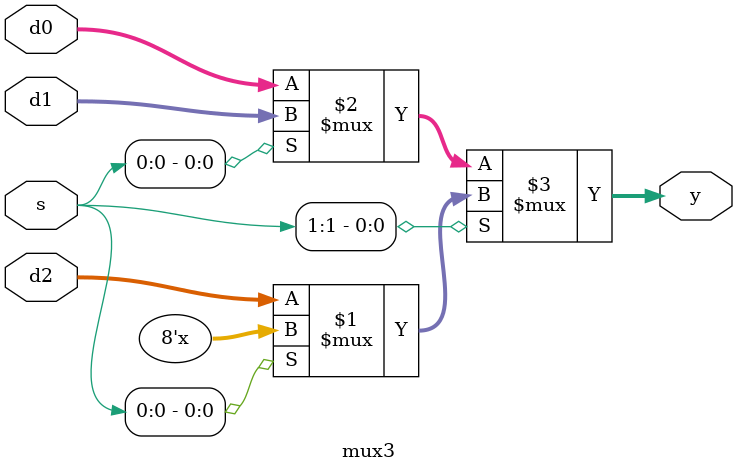
<source format=v>
`timescale 1ns/1ps
`define mydelay 1


module maindec(input       [5:0]  op,
               output reg [14:0] controls);

//  assign {signext, shiftl16, regwrite, regdst, regdstra, alusrc, branch, le, memread, memwrite,
//          memtoreg, pctoreg, jump, aluop} = controls;

  always @(*)
    case(op)
      6'b000000: controls <= #`mydelay 15'b001100010000011; // Rtype
      6'b100011: controls <= #`mydelay 15'b101001001010000; // LW
      6'b101011: controls <= #`mydelay 15'b100001000100000; // SW
	  6'b000011: controls <= #`mydelay 15'b001010000001100; // JAL
      6'b000100,
	  6'b000101: controls <= #`mydelay 15'b100000100000001; // BEQ, BNE: only difference is pcsrc
      6'b001000, 
      6'b001001: controls <= #`mydelay 15'b101001000000000; // ADDI, ADDIU: only difference is exception
      6'b001101: controls <= #`mydelay 15'b001001000000010; // ORI
      6'b001111: controls <= #`mydelay 15'b011001000000000; // LUI
      6'b000010: controls <= #`mydelay 15'b000000000000100; // J
      default:   controls <= #`mydelay 15'bxxxxxxxxxxxxxxx; // ???
    endcase

endmodule


module aludec(input      [5:0] funct,
              input      [1:0] aluop,
              output reg [3:0] alucontrol);

  always @(*)
    case(aluop)
      2'b00: alucontrol <= #`mydelay 4'b0100;  // add
      2'b01: alucontrol <= #`mydelay 4'b1100;  // sub
      2'b10: alucontrol <= #`mydelay 4'b0010;  // or
      default: case(funct)          // RTYPE
		  6'b001000: alucontrol <= #`mydelay 4'b0100; // JR
          6'b100000,
          6'b100001: alucontrol <= #`mydelay 4'b0100; // ADD, ADDU: only difference is exception
          6'b100010,
          6'b100011: alucontrol <= #`mydelay 4'b1100; // SUB, SUBU: only difference is exception
          6'b100100: alucontrol <= #`mydelay 4'b0000; // AND
          6'b100101: alucontrol <= #`mydelay 4'b0010; // OR
          6'b101010: alucontrol <= #`mydelay 4'b1110; // SLT
		  6'b101011: alucontrol <= #`mydelay 4'b1111; // SLTU
          default:   alucontrol <= #`mydelay 4'bxxxx; // ???
        endcase
    endcase
    
endmodule


module pcdec(input  [5:0] funct,
			 input        branch, zero,
			 input        le,
			 output       pcsrc, link);
			 
  assign pcsrc = (branch & zero & ~funct[0]) | (branch & ~zero * funct[0]);
  assign link = le & (funct == 6'b001000);

endmodule


`define REGFILE_FF
`ifdef REGFILE_FF

module regfile(input             clk, 
               input             we, 
               input      [4:0]  ra1, ra2, wa, 
               input      [31:0] wd, 
               output reg [31:0] rd1, rd2);

	reg [31:0] R1;
	reg [31:0] R2;
	reg [31:0] R3;
	reg [31:0] R4;
	reg [31:0] R5;
	reg [31:0] R6;
	reg [31:0] R7;
	reg [31:0] R8;
	reg [31:0] R9;
	reg [31:0] R10;
	reg [31:0] R11;
	reg [31:0] R12;
	reg [31:0] R13;
	reg [31:0] R14;
	reg [31:0] R15;
	reg [31:0] R16;
	reg [31:0] R17;
	reg [31:0] R18;
	reg [31:0] R19;
	reg [31:0] R20;
	reg [31:0] R21;
	reg [31:0] R22;
	reg [31:0] R23;
	reg [31:0] R24;
	reg [31:0] R25;
	reg [31:0] R26;
	reg [31:0] R27;
	reg [31:0] R28;
	reg [31:0] R29;
	reg [31:0] R30;
	reg [31:0] R31;

	always @(posedge clk)
	begin
  	 if (we) 
	 begin
   		case (wa[4:0])
   		5'd0:   ;
   		5'd1:   R1  <= wd;
   		5'd2:   R2  <= wd;
   		5'd3:   R3  <= wd;
   		5'd4:   R4  <= wd;
   		5'd5:   R5  <= wd;
   		5'd6:   R6  <= wd;
   		5'd7:   R7  <= wd;
   		5'd8:   R8  <= wd;
   		5'd9:   R9  <= wd;
   		5'd10:  R10 <= wd;
   		5'd11:  R11 <= wd;
   		5'd12:  R12 <= wd;
   		5'd13:  R13 <= wd;
   		5'd14:  R14 <= wd;
   		5'd15:  R15 <= wd;
   		5'd16:  R16 <= wd;
   		5'd17:  R17 <= wd;
   		5'd18:  R18 <= wd;
   		5'd19:  R19 <= wd;
   		5'd20:  R20 <= wd;
   		5'd21:  R21 <= wd;
   		5'd22:  R22 <= wd;
   		5'd23:  R23 <= wd;
   		5'd24:  R24 <= wd;
   		5'd25:  R25 <= wd;
   		5'd26:  R26 <= wd;
   		5'd27:  R27 <= wd;
   		5'd28:  R28 <= wd;
   		5'd29:  R29 <= wd;
   		5'd30:  R30 <= wd;
   		5'd31:  R31 <= wd;
   		endcase
     end
	end

	always @(*)
	begin
		case (ra2[4:0])
		5'd0:   rd2 = 32'b0;
		5'd1:   rd2 = R1;
		5'd2:   rd2 = R2;
		5'd3:   rd2 = R3;
		5'd4:   rd2 = R4;
		5'd5:   rd2 = R5;
		5'd6:   rd2 = R6;
		5'd7:   rd2 = R7;
		5'd8:   rd2 = R8;
		5'd9:   rd2 = R9;
		5'd10:  rd2 = R10;
		5'd11:  rd2 = R11;
		5'd12:  rd2 = R12;
		5'd13:  rd2 = R13;
		5'd14:  rd2 = R14;
		5'd15:  rd2 = R15;
		5'd16:  rd2 = R16;
		5'd17:  rd2 = R17;
		5'd18:  rd2 = R18;
		5'd19:  rd2 = R19;
		5'd20:  rd2 = R20;
		5'd21:  rd2 = R21;
		5'd22:  rd2 = R22;
		5'd23:  rd2 = R23;
		5'd24:  rd2 = R24;
		5'd25:  rd2 = R25;
		5'd26:  rd2 = R26;
		5'd27:  rd2 = R27;
		5'd28:  rd2 = R28;
		5'd29:  rd2 = R29;
		5'd30:  rd2 = R30;
		5'd31:  rd2 = R31;
		endcase
	end

	always @(*)
	begin
		case (ra1[4:0])
		5'd0:   rd1 = 32'b0;
		5'd1:   rd1 = R1;
		5'd2:   rd1 = R2;
		5'd3:   rd1 = R3;
		5'd4:   rd1 = R4;
		5'd5:   rd1 = R5;
		5'd6:   rd1 = R6;
		5'd7:   rd1 = R7;
		5'd8:   rd1 = R8;
		5'd9:   rd1 = R9;
		5'd10:  rd1 = R10;
		5'd11:  rd1 = R11;
		5'd12:  rd1 = R12;
		5'd13:  rd1 = R13;
		5'd14:  rd1 = R14;
		5'd15:  rd1 = R15;
		5'd16:  rd1 = R16;
		5'd17:  rd1 = R17;
		5'd18:  rd1 = R18;
		5'd19:  rd1 = R19;
		5'd20:  rd1 = R20;
		5'd21:  rd1 = R21;
		5'd22:  rd1 = R22;
		5'd23:  rd1 = R23;
		5'd24:  rd1 = R24;
		5'd25:  rd1 = R25;
		5'd26:  rd1 = R26;
		5'd27:  rd1 = R27;
		5'd28:  rd1 = R28;
		5'd29:  rd1 = R29;
		5'd30:  rd1 = R30;
		5'd31:  rd1 = R31;
		endcase
	end

endmodule

`else

module regfile(input         clk, 
               input         we, 
               input  [4:0]  ra1, ra2, wa, 
               input  [31:0] wd, 
               output [31:0] rd1, rd2);

  reg [31:0] rf[31:0];

  // three ported register file
  // read two ports combinationally
  // write third port on rising edge of clock
  // register 0 hardwired to 0

  always @(posedge clk)
    if (we) rf[wa] <= #`mydelay wd;	

  assign #`mydelay rd1 = (ra1 != 0) ? rf[ra1] : 0;
  assign #`mydelay rd2 = (ra2 != 0) ? rf[ra2] : 0;
endmodule

`endif


module alu(input      [31:0] a, b, 
           input      [3:0]  alucont, 
           output reg [31:0] result,
           output            zero);

  wire [31:0] b2, sum, slt, sltu;
  wire        N, Z, C, V;

  assign b2 = alucont[3] ? ~b:b; 

  adder_32bit iadder32 (.a   (a),
			     				.b   (b2),
								.cin (alucont[3]),
								.sum (sum),
								.N   (N),
								.Z   (Z),
								.C   (C),
								.V   (V));

  // signed less than ("N set and V clear" OR "N clear and V set")
  assign slt  = {31'b0, N ^ V}; 

  // unsigned lower (C clear) 
  assign sltu = {31'b0, ~C};   

  always@(*)
    case(alucont[2:0])
      3'b000: 	result <= #`mydelay a & b;
      3'b010: 	result <= #`mydelay a | b;
      3'b100: 	result <= #`mydelay sum;
      3'b110: 	result <= #`mydelay slt;
	  3'b111: 	result <= #`mydelay sltu;
	  default:	result <= #`mydelay 32'bx; // ???
    endcase

  assign #`mydelay zero = (result == 32'b0);

endmodule


module adder_32bit (input  [31:0] a, b, 
                    input         cin,
                    output [31:0] sum,
                    output        N,Z,C,V);

	wire [31:0]  ctmp;

	assign N = sum[31];
	assign Z = (sum == 32'b0);
	assign C = ctmp[31];
	assign V = ctmp[31] ^ ctmp[30];

	adder_1bit bit31 (.a(a[31]), .b(b[31]), .cin(ctmp[30]), .sum(sum[31]), .cout(ctmp[31]));
	adder_1bit bit30 (.a(a[30]), .b(b[30]), .cin(ctmp[29]), .sum(sum[30]), .cout(ctmp[30]));
	adder_1bit bit29 (.a(a[29]), .b(b[29]), .cin(ctmp[28]), .sum(sum[29]), .cout(ctmp[29]));
	adder_1bit bit28 (.a(a[28]), .b(b[28]), .cin(ctmp[27]), .sum(sum[28]), .cout(ctmp[28]));
	adder_1bit bit27 (.a(a[27]), .b(b[27]), .cin(ctmp[26]), .sum(sum[27]), .cout(ctmp[27]));
	adder_1bit bit26 (.a(a[26]), .b(b[26]), .cin(ctmp[25]), .sum(sum[26]), .cout(ctmp[26]));
	adder_1bit bit25 (.a(a[25]), .b(b[25]), .cin(ctmp[24]), .sum(sum[25]), .cout(ctmp[25]));
	adder_1bit bit24 (.a(a[24]), .b(b[24]), .cin(ctmp[23]), .sum(sum[24]), .cout(ctmp[24]));
	adder_1bit bit23 (.a(a[23]), .b(b[23]), .cin(ctmp[22]), .sum(sum[23]), .cout(ctmp[23]));
	adder_1bit bit22 (.a(a[22]), .b(b[22]), .cin(ctmp[21]), .sum(sum[22]), .cout(ctmp[22]));
	adder_1bit bit21 (.a(a[21]), .b(b[21]), .cin(ctmp[20]), .sum(sum[21]), .cout(ctmp[21]));
	adder_1bit bit20 (.a(a[20]), .b(b[20]), .cin(ctmp[19]), .sum(sum[20]), .cout(ctmp[20]));
	adder_1bit bit19 (.a(a[19]), .b(b[19]), .cin(ctmp[18]), .sum(sum[19]), .cout(ctmp[19]));
	adder_1bit bit18 (.a(a[18]), .b(b[18]), .cin(ctmp[17]), .sum(sum[18]), .cout(ctmp[18]));
	adder_1bit bit17 (.a(a[17]), .b(b[17]), .cin(ctmp[16]), .sum(sum[17]), .cout(ctmp[17]));
	adder_1bit bit16 (.a(a[16]), .b(b[16]), .cin(ctmp[15]), .sum(sum[16]), .cout(ctmp[16]));
	adder_1bit bit15 (.a(a[15]), .b(b[15]), .cin(ctmp[14]), .sum(sum[15]), .cout(ctmp[15]));
	adder_1bit bit14 (.a(a[14]), .b(b[14]), .cin(ctmp[13]), .sum(sum[14]), .cout(ctmp[14]));
	adder_1bit bit13 (.a(a[13]), .b(b[13]), .cin(ctmp[12]), .sum(sum[13]), .cout(ctmp[13]));
	adder_1bit bit12 (.a(a[12]), .b(b[12]), .cin(ctmp[11]), .sum(sum[12]), .cout(ctmp[12]));
	adder_1bit bit11 (.a(a[11]), .b(b[11]), .cin(ctmp[10]), .sum(sum[11]), .cout(ctmp[11]));
	adder_1bit bit10 (.a(a[10]), .b(b[10]), .cin(ctmp[9]),  .sum(sum[10]), .cout(ctmp[10]));
	adder_1bit bit9  (.a(a[9]),  .b(b[9]),  .cin(ctmp[8]),  .sum(sum[9]),  .cout(ctmp[9]));
	adder_1bit bit8  (.a(a[8]),  .b(b[8]),  .cin(ctmp[7]),  .sum(sum[8]),  .cout(ctmp[8]));
	adder_1bit bit7  (.a(a[7]),  .b(b[7]),  .cin(ctmp[6]),  .sum(sum[7]),  .cout(ctmp[7]));
	adder_1bit bit6  (.a(a[6]),  .b(b[6]),  .cin(ctmp[5]),  .sum(sum[6]),  .cout(ctmp[6]));
	adder_1bit bit5  (.a(a[5]),  .b(b[5]),  .cin(ctmp[4]),  .sum(sum[5]),  .cout(ctmp[5]));
	adder_1bit bit4  (.a(a[4]),  .b(b[4]),  .cin(ctmp[3]),  .sum(sum[4]),  .cout(ctmp[4]));
	adder_1bit bit3  (.a(a[3]),  .b(b[3]),  .cin(ctmp[2]),  .sum(sum[3]),  .cout(ctmp[3]));
	adder_1bit bit2  (.a(a[2]),  .b(b[2]),  .cin(ctmp[1]),  .sum(sum[2]),  .cout(ctmp[2]));
	adder_1bit bit1  (.a(a[1]),  .b(b[1]),  .cin(ctmp[0]),  .sum(sum[1]),  .cout(ctmp[1]));
	adder_1bit bit0  (.a(a[0]),  .b(b[0]),  .cin(cin),      .sum(sum[0]),  .cout(ctmp[0]));

endmodule


module adder_1bit (input a, b, cin,
                   output sum, cout);

  assign sum  = a ^ b ^ cin;
  assign cout = (a & b) | (a & cin) | (b & cin);

endmodule


module adder(input [31:0] a, b,
             output [31:0] y);

  assign #`mydelay y = a + b;
endmodule



module sl2(input  [31:0] a,
           output [31:0] y);

  // shift left by 2
  assign #`mydelay y = {a[29:0], 2'b00};
endmodule



module sign_zero_ext(input      [15:0] a,
                     input             signext,
                     output reg [31:0] y);
              
   always @(*)
	begin
	   if (signext)  y <= {{16{a[15]}}, a[15:0]};
	   else          y <= {16'b0, a[15:0]};
	end

endmodule



module shift_left_16(input      [31:0] a,
		               input         shiftl16,
                     output reg [31:0] y);

   always @(*)
	begin
	   if (shiftl16) y = {a[15:0],16'b0};
	   else          y = a[31:0];
	end
              
endmodule



module flopr #(parameter WIDTH = 8)
              (input                  clk, reset,
               input      [WIDTH-1:0] d, 
               output reg [WIDTH-1:0] q);

  always @(posedge clk, posedge reset)
    if (reset) q <= #`mydelay 0;
    else       q <= #`mydelay d;

endmodule



module flopenr #(parameter WIDTH = 8)
                (input                  clk, reset,
                 input                  en,
                 input      [WIDTH-1:0] d, 
                 output reg [WIDTH-1:0] q);
 
  always @(posedge clk, posedge reset)
    if      (reset) q <= #`mydelay 0;
    else if (en)    q <= #`mydelay d;

endmodule



module mux2 #(parameter WIDTH = 8)
             (input  [WIDTH-1:0] d0, d1, 
              input              s, 
              output [WIDTH-1:0] y);

  assign #`mydelay y = s ? d1 : d0; 

endmodule



module mux3 #(parameter WIDTH = 8)
             (input      [WIDTH-1:0] d0, d1, d2,
              input            [1:0] s, 
              output [WIDTH-1:0] y);

	assign #`mydelay y = s[1] ? (s[0] ? {WIDTH{1'bx}} : d2) : (s[0] ? d1 : d0);

endmodule

</source>
